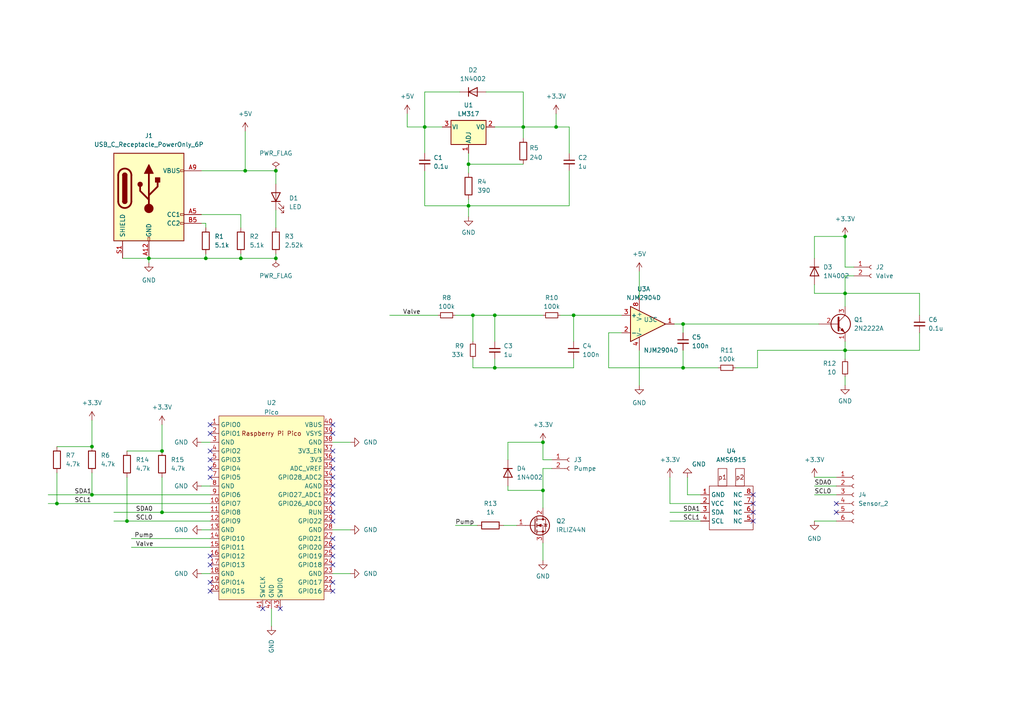
<source format=kicad_sch>
(kicad_sch (version 20230121) (generator eeschema)
  (paper "A4")
  (title_block (date "2024-01-21"))
  (lib_symbols
    (symbol "+5V_1" (power) (pin_names (offset 0))
      (property "Value" "+5V_1" (at 0 3.556 0))
      (symbol "+5V_1_0_1"
        (polyline (pts (xy -0.762 1.27) (xy 0 2.54)))
        (polyline (pts (xy 0 0) (xy 0 2.54)))
        (polyline (pts (xy 0 2.54) (xy 0.762 1.27)))
      )
      (symbol "+5V_1_1_1"
        (pin power_in line (at 0 0 90) (length 0) hide (name "+5V") (number "1"))
      )
    )
    (symbol "1N4001_1" (pin_numbers hide) (pin_names hide)
      (property "Reference" "D" (at 0 2.54 0))
      (property "Value" "1N4001" (at 0 -2.54 0))
      (symbol "1N4001_1_0_1"
        (polyline (pts (xy -1.27 1.27) (xy -1.27 -1.27)) (stroke (width 0.254)))
        (polyline (pts (xy 1.27 0) (xy -1.27 0)))
        (polyline (pts (xy 1.27 1.27) (xy 1.27 -1.27) (xy -1.27 0) (xy 1.27 1.27)) (stroke (width 0.254)))
      )
      (symbol "1N4001_1_1_1"
        (pin passive line (at -3.81 0 0) (length 2.54) (name "K") (number "1"))
        (pin passive line (at 3.81 0 180) (length 2.54) (name "A") (number "2"))
      )
    )
    (symbol "Amplifier_Operational:NJM4560" (pin_names (offset 0.127))
      (property "Reference" "U" (at 0 5.08 0))
      (property "Value" "NJM4560" (at 0 -5.08 0))
      (symbol "NJM4560_1_1"
        (polyline (pts (xy -5.08 5.08) (xy 5.08 0) (xy -5.08 -5.08) (xy -5.08 5.08)) (stroke (width 0.254)) (fill (type background)))
        (pin output line (at 7.62 0 180) (length 2.54) (name "~") (number "1"))
        (pin input line (at -7.62 -2.54 0) (length 2.54) (name "-") (number "2"))
        (pin input line (at -7.62 2.54 0) (length 2.54) (name "+") (number "3"))
      )
      (symbol "NJM4560_2_1"
        (polyline (pts (xy -5.08 5.08) (xy 5.08 0) (xy -5.08 -5.08) (xy -5.08 5.08)) (stroke (width 0.254)) (fill (type background)))
        (pin input line (at -7.62 2.54 0) (length 2.54) (name "+") (number "5"))
        (pin input line (at -7.62 -2.54 0) (length 2.54) (name "-") (number "6"))
        (pin output line (at 7.62 0 180) (length 2.54) (name "~") (number "7"))
      )
      (symbol "NJM4560_3_1"
        (pin power_in line (at -2.54 -7.62 90) (length 3.81) (name "V-") (number "4"))
        (pin power_in line (at -2.54 7.62 270) (length 3.81) (name "V+") (number "8"))
      )
    )
    (symbol "Connector:Conn_01x02_Female" (pin_names (offset 1.016) hide)
      (property "Reference" "J" (at 0 2.54 0))
      (property "Value" "Conn_01x02_Female" (at 0 -5.08 0))
      (symbol "Conn_01x02_Female_1_1"
        (arc (start 0 -2.032) (mid -0.5058 -2.54) (end 0 -3.048) (stroke (width 0.1524)))
        (polyline (pts (xy -1.27 -2.54) (xy -0.508 -2.54)) (stroke (width 0.1524)))
        (polyline (pts (xy -1.27 0) (xy -0.508 0)) (stroke (width 0.1524)))
        (arc (start 0 0.508) (mid -0.5058 0) (end 0 -0.508) (stroke (width 0.1524)))
        (pin passive line (at -5.08 0 0) (length 3.81) (name "Pin_1") (number "1"))
        (pin passive line (at -5.08 -2.54 0) (length 3.81) (name "Pin_2") (number "2"))
      )
    )
    (symbol "Connector:Conn_01x02_Socket" (pin_names (offset 1.016) hide)
      (property "Reference" "J" (at 0 2.54 0))
      (property "Value" "Conn_01x02_Socket" (at 0 -5.08 0))
      (symbol "Conn_01x02_Socket_1_1"
        (arc (start 0 -2.032) (mid -0.5058 -2.54) (end 0 -3.048) (stroke (width 0.1524)))
        (polyline (pts (xy -1.27 -2.54) (xy -0.508 -2.54)) (stroke (width 0.1524)))
        (polyline (pts (xy -1.27 0) (xy -0.508 0)) (stroke (width 0.1524)))
        (arc (start 0 0.508) (mid -0.5058 0) (end 0 -0.508) (stroke (width 0.1524)))
        (pin passive line (at -5.08 0 0) (length 3.81) (name "Pin_1") (number "1"))
        (pin passive line (at -5.08 -2.54 0) (length 3.81) (name "Pin_2") (number "2"))
      )
    )
    (symbol "Connector:Conn_01x06_Socket" (pin_names (offset 1.016) hide)
      (property "Reference" "J" (at 0 7.62 0))
      (property "Value" "Conn_01x06_Socket" (at 0 -10.16 0))
      (symbol "Conn_01x06_Socket_1_1"
        (arc (start 0 -7.112) (mid -0.5058 -7.62) (end 0 -8.128) (stroke (width 0.1524)))
        (arc (start 0 -4.572) (mid -0.5058 -5.08) (end 0 -5.588) (stroke (width 0.1524)))
        (arc (start 0 -2.032) (mid -0.5058 -2.54) (end 0 -3.048) (stroke (width 0.1524)))
        (polyline (pts (xy -1.27 -7.62) (xy -0.508 -7.62)) (stroke (width 0.1524)))
        (polyline (pts (xy -1.27 -5.08) (xy -0.508 -5.08)) (stroke (width 0.1524)))
        (polyline (pts (xy -1.27 -2.54) (xy -0.508 -2.54)) (stroke (width 0.1524)))
        (polyline (pts (xy -1.27 0) (xy -0.508 0)) (stroke (width 0.1524)))
        (polyline (pts (xy -1.27 2.54) (xy -0.508 2.54)) (stroke (width 0.1524)))
        (polyline (pts (xy -1.27 5.08) (xy -0.508 5.08)) (stroke (width 0.1524)))
        (arc (start 0 0.508) (mid -0.5058 0) (end 0 -0.508) (stroke (width 0.1524)))
        (arc (start 0 3.048) (mid -0.5058 2.54) (end 0 2.032) (stroke (width 0.1524)))
        (arc (start 0 5.588) (mid -0.5058 5.08) (end 0 4.572) (stroke (width 0.1524)))
        (pin passive line (at -5.08 5.08 0) (length 3.81) (name "Pin_1") (number "1"))
        (pin passive line (at -5.08 2.54 0) (length 3.81) (name "Pin_2") (number "2"))
        (pin passive line (at -5.08 0 0) (length 3.81) (name "Pin_3") (number "3"))
        (pin passive line (at -5.08 -2.54 0) (length 3.81) (name "Pin_4") (number "4"))
        (pin passive line (at -5.08 -5.08 0) (length 3.81) (name "Pin_5") (number "5"))
        (pin passive line (at -5.08 -7.62 0) (length 3.81) (name "Pin_6") (number "6"))
      )
    )
    (symbol "Connector:USB_C_Receptacle_PowerOnly_6P" (pin_names (offset 1.016))
      (property "Reference" "J" (at 0 16.51 0))
      (property "Value" "USB_C_Receptacle_PowerOnly_6P" (at 0 13.97 0))
      (symbol "USB_C_Receptacle_PowerOnly_6P_0_0"
        (rectangle (start -0.254 -12.7) (end 0.254 -11.684))
        (rectangle (start 10.16 -7.366) (end 9.144 -7.874))
        (rectangle (start 10.16 -4.826) (end 9.144 -5.334))
        (rectangle (start 10.16 7.874) (end 9.144 7.366))
      )
      (symbol "USB_C_Receptacle_PowerOnly_6P_0_1"
        (rectangle (start -10.16 12.7) (end 10.16 -12.7) (stroke (width 0.254)) (fill (type background)))
        (arc (start -8.89 -1.27) (mid -6.985 -3.1667) (end -5.08 -1.27) (stroke (width 0.508)))
        (arc (start -7.62 -1.27) (mid -6.985 -1.9023) (end -6.35 -1.27) (stroke (width 0.254)))
        (arc (start -7.62 -1.27) (mid -6.985 -1.9023) (end -6.35 -1.27) (stroke (width 0.254)) (fill (type outline)))
        (rectangle (start -7.62 -1.27) (end -6.35 6.35) (stroke (width 0.254)) (fill (type outline)))
        (arc (start -6.35 6.35) (mid -6.985 6.9823) (end -7.62 6.35) (stroke (width 0.254)))
        (arc (start -6.35 6.35) (mid -6.985 6.9823) (end -7.62 6.35) (stroke (width 0.254)) (fill (type outline)))
        (arc (start -5.08 6.35) (mid -6.985 8.2467) (end -8.89 6.35) (stroke (width 0.508)))
        (circle (center -2.54 3.683) (radius 0.635) (stroke (width 0.254)) (fill (type outline)))
        (circle (center 0 -3.302) (radius 1.27) (fill (type outline)))
        (polyline (pts (xy -8.89 -1.27) (xy -8.89 6.35)) (stroke (width 0.508)))
        (polyline (pts (xy -5.08 6.35) (xy -5.08 -1.27)) (stroke (width 0.508)))
        (polyline (pts (xy 0 -3.302) (xy 0 6.858)) (stroke (width 0.508)))
        (polyline (pts (xy 0 -0.762) (xy -2.54 1.778) (xy -2.54 3.048)) (stroke (width 0.508)))
        (polyline (pts (xy 0 0.508) (xy 2.54 3.048) (xy 2.54 4.318)) (stroke (width 0.508)))
        (polyline (pts (xy -1.27 6.858) (xy 0 9.398) (xy 1.27 6.858) (xy -1.27 6.858)) (stroke (width 0.254)) (fill (type outline)))
        (rectangle (start 1.905 4.318) (end 3.175 5.588) (stroke (width 0.254)) (fill (type outline)))
      )
      (symbol "USB_C_Receptacle_PowerOnly_6P_1_1"
        (pin passive line (at 0 -17.78 90) (length 5.08) (name "GND") (number "A12"))
        (pin bidirectional line (at 15.24 -5.08 180) (length 5.08) (name "CC1") (number "A5"))
        (pin passive line (at 15.24 7.62 180) (length 5.08) (name "VBUS") (number "A9"))
        (pin passive line (at 0 -17.78 90) (length 5.08) hide (name "GND") (number "B12"))
        (pin bidirectional line (at 15.24 -7.62 180) (length 5.08) (name "CC2") (number "B5"))
        (pin passive line (at 15.24 7.62 180) (length 5.08) hide (name "VBUS") (number "B9"))
        (pin passive line (at -7.62 -17.78 90) (length 5.08) (name "SHIELD") (number "S1"))
      )
    )
    (symbol "Device:C_Small" (pin_numbers hide) (pin_names (offset 0.254) hide)
      (property "Reference" "C" (at 0.254 1.778 0))
      (property "Value" "C_Small" (at 0.254 -2.032 0))
      (symbol "C_Small_0_1"
        (polyline (pts (xy -1.524 -0.508) (xy 1.524 -0.508)) (stroke (width 0.3302)))
        (polyline (pts (xy -1.524 0.508) (xy 1.524 0.508)) (stroke (width 0.3048)))
      )
      (symbol "C_Small_1_1"
        (pin passive line (at 0 2.54 270) (length 2.032) (name "~") (number "1"))
        (pin passive line (at 0 -2.54 90) (length 2.032) (name "~") (number "2"))
      )
    )
    (symbol "Device:LED" (pin_numbers hide) (pin_names (offset 1.016) hide)
      (property "Reference" "D" (at 0 2.54 0))
      (property "Value" "LED" (at 0 -2.54 0))
      (symbol "LED_0_1"
        (polyline (pts (xy -1.27 -1.27) (xy -1.27 1.27)) (stroke (width 0.254)))
        (polyline (pts (xy -1.27 0) (xy 1.27 0)))
        (polyline (pts (xy 1.27 -1.27) (xy 1.27 1.27) (xy -1.27 0) (xy 1.27 -1.27)) (stroke (width 0.254)))
        (polyline (pts (xy -3.048 -0.762) (xy -4.572 -2.286) (xy -3.81 -2.286) (xy -4.572 -2.286) (xy -4.572 -1.524)))
        (polyline (pts (xy -1.778 -0.762) (xy -3.302 -2.286) (xy -2.54 -2.286) (xy -3.302 -2.286) (xy -3.302 -1.524)))
      )
      (symbol "LED_1_1"
        (pin passive line (at -3.81 0 0) (length 2.54) (name "K") (number "1"))
        (pin passive line (at 3.81 0 180) (length 2.54) (name "A") (number "2"))
      )
    )
    (symbol "Device:R" (pin_numbers hide) (pin_names (offset 0))
      (property "Reference" "R" (at 2.032 0 90))
      (property "Value" "R" (at 0 0 90))
      (symbol "R_0_1"
        (rectangle (start -1.016 -2.54) (end 1.016 2.54) (stroke (width 0.254)))
      )
      (symbol "R_1_1"
        (pin passive line (at 0 3.81 270) (length 1.27) (name "~") (number "1"))
        (pin passive line (at 0 -3.81 90) (length 1.27) (name "~") (number "2"))
      )
    )
    (symbol "Device:R_Small" (pin_numbers hide) (pin_names (offset 0.254) hide)
      (property "Reference" "R" (at 0.762 0.508 0))
      (property "Value" "R_Small" (at 0.762 -1.016 0))
      (symbol "R_Small_0_1"
        (rectangle (start -0.762 1.778) (end 0.762 -1.778) (stroke (width 0.2032)))
      )
      (symbol "R_Small_1_1"
        (pin passive line (at 0 2.54 270) (length 0.762) (name "~") (number "1"))
        (pin passive line (at 0 -2.54 90) (length 0.762) (name "~") (number "2"))
      )
    )
    (symbol "Diode:1N4001" (pin_numbers hide) (pin_names hide)
      (property "Reference" "D" (at 0 2.54 0))
      (property "Value" "1N4001" (at 0 -2.54 0))
      (symbol "1N4001_0_1"
        (polyline (pts (xy -1.27 1.27) (xy -1.27 -1.27)) (stroke (width 0.254)))
        (polyline (pts (xy 1.27 0) (xy -1.27 0)))
        (polyline (pts (xy 1.27 1.27) (xy 1.27 -1.27) (xy -1.27 0) (xy 1.27 1.27)) (stroke (width 0.254)))
      )
      (symbol "1N4001_1_1"
        (pin passive line (at -3.81 0 0) (length 2.54) (name "K") (number "1"))
        (pin passive line (at 3.81 0 180) (length 2.54) (name "A") (number "2"))
      )
    )
    (symbol "Diode:1N4002" (pin_numbers hide) (pin_names hide)
      (property "Reference" "D" (at 0 2.54 0))
      (property "Value" "1N4002" (at 0 -2.54 0))
      (symbol "1N4002_0_1"
        (polyline (pts (xy -1.27 1.27) (xy -1.27 -1.27)) (stroke (width 0.254)))
        (polyline (pts (xy 1.27 0) (xy -1.27 0)))
        (polyline (pts (xy 1.27 1.27) (xy 1.27 -1.27) (xy -1.27 0) (xy 1.27 1.27)) (stroke (width 0.254)))
      )
      (symbol "1N4002_1_1"
        (pin passive line (at -3.81 0 0) (length 2.54) (name "K") (number "1"))
        (pin passive line (at 3.81 0 180) (length 2.54) (name "A") (number "2"))
      )
    )
    (symbol "GND_1" (power) (pin_names (offset 0))
      (property "Value" "GND_1" (at 0 -3.81 0))
      (symbol "GND_1_0_1"
        (polyline (pts (xy 0 0) (xy 0 -1.27) (xy 1.27 -1.27) (xy 0 -2.54) (xy -1.27 -1.27) (xy 0 -1.27)))
      )
      (symbol "GND_1_1_1"
        (pin power_in line (at 0 0 270) (length 0) hide (name "GND") (number "1"))
      )
    )
    (symbol "GND_2" (power) (pin_names (offset 0))
      (property "Value" "GND_2" (at 0 -3.81 0))
      (symbol "GND_2_0_1"
        (polyline (pts (xy 0 0) (xy 0 -1.27) (xy 1.27 -1.27) (xy 0 -2.54) (xy -1.27 -1.27) (xy 0 -1.27)))
      )
      (symbol "GND_2_1_1"
        (pin power_in line (at 0 0 270) (length 0) hide (name "GND") (number "1"))
      )
    )
    (symbol "GND_3" (power) (pin_names (offset 0))
      (property "Value" "GND_3" (at 0 -3.81 0))
      (symbol "GND_3_0_1"
        (polyline (pts (xy 0 0) (xy 0 -1.27) (xy 1.27 -1.27) (xy 0 -2.54) (xy -1.27 -1.27) (xy 0 -1.27)))
      )
      (symbol "GND_3_1_1"
        (pin power_in line (at 0 0 270) (length 0) hide (name "GND") (number "1"))
      )
    )
    (symbol "GND_4" (power) (pin_names (offset 0))
      (property "Value" "GND_4" (at 0 -3.81 0))
      (symbol "GND_4_0_1"
        (polyline (pts (xy 0 0) (xy 0 -1.27) (xy 1.27 -1.27) (xy 0 -2.54) (xy -1.27 -1.27) (xy 0 -1.27)))
      )
      (symbol "GND_4_1_1"
        (pin power_in line (at 0 0 270) (length 0) hide (name "GND") (number "1"))
      )
    )
    (symbol "MCU_RaspberryPi_and_Boards:Pico"
      (property "Reference" "U" (at -13.97 27.94 0))
      (property "Value" "Pico" (at 0 19.05 0))
      (symbol "Pico_0_0"
        (text "Raspberry Pi Pico" (at 0 21.59 0) (effects (font (size 1.27 1.27))))
      )
      (symbol "Pico_0_1"
        (rectangle (start -15.24 26.67) (end 15.24 -26.67) (fill (type background)))
      )
      (symbol "Pico_1_1"
        (pin bidirectional line (at -17.78 24.13 0) (length 2.54) (name "GPIO0") (number "1"))
        (pin bidirectional line (at -17.78 1.27 0) (length 2.54) (name "GPIO7") (number "10"))
        (pin bidirectional line (at -17.78 -1.27 0) (length 2.54) (name "GPIO8") (number "11"))
        (pin bidirectional line (at -17.78 -3.81 0) (length 2.54) (name "GPIO9") (number "12"))
        (pin power_in line (at -17.78 -6.35 0) (length 2.54) (name "GND") (number "13"))
        (pin bidirectional line (at -17.78 -8.89 0) (length 2.54) (name "GPIO10") (number "14"))
        (pin bidirectional line (at -17.78 -11.43 0) (length 2.54) (name "GPIO11") (number "15"))
        (pin bidirectional line (at -17.78 -13.97 0) (length 2.54) (name "GPIO12") (number "16"))
        (pin bidirectional line (at -17.78 -16.51 0) (length 2.54) (name "GPIO13") (number "17"))
        (pin power_in line (at -17.78 -19.05 0) (length 2.54) (name "GND") (number "18"))
        (pin bidirectional line (at -17.78 -21.59 0) (length 2.54) (name "GPIO14") (number "19"))
        (pin bidirectional line (at -17.78 21.59 0) (length 2.54) (name "GPIO1") (number "2"))
        (pin bidirectional line (at -17.78 -24.13 0) (length 2.54) (name "GPIO15") (number "20"))
        (pin bidirectional line (at 17.78 -24.13 180) (length 2.54) (name "GPIO16") (number "21"))
        (pin bidirectional line (at 17.78 -21.59 180) (length 2.54) (name "GPIO17") (number "22"))
        (pin power_in line (at 17.78 -19.05 180) (length 2.54) (name "GND") (number "23"))
        (pin bidirectional line (at 17.78 -16.51 180) (length 2.54) (name "GPIO18") (number "24"))
        (pin bidirectional line (at 17.78 -13.97 180) (length 2.54) (name "GPIO19") (number "25"))
        (pin bidirectional line (at 17.78 -11.43 180) (length 2.54) (name "GPIO20") (number "26"))
        (pin bidirectional line (at 17.78 -8.89 180) (length 2.54) (name "GPIO21") (number "27"))
        (pin power_in line (at 17.78 -6.35 180) (length 2.54) (name "GND") (number "28"))
        (pin bidirectional line (at 17.78 -3.81 180) (length 2.54) (name "GPIO22") (number "29"))
        (pin power_in line (at -17.78 19.05 0) (length 2.54) (name "GND") (number "3"))
        (pin input line (at 17.78 -1.27 180) (length 2.54) (name "RUN") (number "30"))
        (pin bidirectional line (at 17.78 1.27 180) (length 2.54) (name "GPIO26_ADC0") (number "31"))
        (pin bidirectional line (at 17.78 3.81 180) (length 2.54) (name "GPIO27_ADC1") (number "32"))
        (pin power_in line (at 17.78 6.35 180) (length 2.54) (name "AGND") (number "33"))
        (pin bidirectional line (at 17.78 8.89 180) (length 2.54) (name "GPIO28_ADC2") (number "34"))
        (pin power_in line (at 17.78 11.43 180) (length 2.54) (name "ADC_VREF") (number "35"))
        (pin power_in line (at 17.78 13.97 180) (length 2.54) (name "3V3") (number "36"))
        (pin input line (at 17.78 16.51 180) (length 2.54) (name "3V3_EN") (number "37"))
        (pin bidirectional line (at 17.78 19.05 180) (length 2.54) (name "GND") (number "38"))
        (pin power_in line (at 17.78 21.59 180) (length 2.54) (name "VSYS") (number "39"))
        (pin bidirectional line (at -17.78 16.51 0) (length 2.54) (name "GPIO2") (number "4"))
        (pin power_in line (at 17.78 24.13 180) (length 2.54) (name "VBUS") (number "40"))
        (pin input line (at -2.54 -29.21 90) (length 2.54) (name "SWCLK") (number "41"))
        (pin power_in line (at 0 -29.21 90) (length 2.54) (name "GND") (number "42"))
        (pin bidirectional line (at 2.54 -29.21 90) (length 2.54) (name "SWDIO") (number "43"))
        (pin bidirectional line (at -17.78 13.97 0) (length 2.54) (name "GPIO3") (number "5"))
        (pin bidirectional line (at -17.78 11.43 0) (length 2.54) (name "GPIO4") (number "6"))
        (pin bidirectional line (at -17.78 8.89 0) (length 2.54) (name "GPIO5") (number "7"))
        (pin power_in line (at -17.78 6.35 0) (length 2.54) (name "GND") (number "8"))
        (pin bidirectional line (at -17.78 3.81 0) (length 2.54) (name "GPIO6") (number "9"))
      )
    )
    (symbol "Regulator_Linear:LM317_TO-220" (pin_names (offset 0.254))
      (property "Reference" "U" (at -3.81 3.175 0))
      (property "Value" "LM317_TO-220" (at 0 3.175 0))
      (symbol "LM317_TO-220_0_1"
        (rectangle (start -5.08 1.905) (end 5.08 -5.08) (stroke (width 0.254)) (fill (type background)))
      )
      (symbol "LM317_TO-220_1_1"
        (pin input line (at 0 -7.62 90) (length 2.54) (name "ADJ") (number "1"))
        (pin power_out line (at 7.62 0 180) (length 2.54) (name "VO") (number "2"))
        (pin power_in line (at -7.62 0 0) (length 2.54) (name "VI") (number "3"))
      )
    )
    (symbol "Symbols:AMS6915"
      (property "Reference" "U" (at 0 8.89 0))
      (property "Value" "AMS6915" (at 1.27 -13.97 0))
      (symbol "AMS6915_0_0"
        (text "p1" (at -1.27 2.54 0) (effects (font (size 1.27 1.27))))
        (text "p2" (at 3.81 2.54 0) (effects (font (size 1.27 1.27))))
      )
      (symbol "AMS6915_0_1"
        (rectangle (start -5.08 0) (end 7.62 -12.7) (stroke (width 0.1524)))
        (rectangle (start -2.54 0) (end 0 5.08) (stroke (width 0.1524)))
        (rectangle (start 2.54 0) (end 5.08 5.08) (stroke (width 0.1524)))
      )
      (symbol "AMS6915_1_1"
        (pin passive line (at -7.62 -2.54 0) (length 2.54) (name "GND") (number "1"))
        (pin passive line (at -7.62 -5.08 0) (length 2.54) (name "VCC") (number "2"))
        (pin passive line (at -7.62 -7.62 0) (length 2.54) (name "SDA") (number "3"))
        (pin passive line (at -7.62 -10.16 0) (length 2.54) (name "SCL") (number "4"))
        (pin passive line (at 7.62 -10.16 180) (length 2.54) (name "NC") (number "5"))
        (pin passive line (at 7.62 -7.62 180) (length 2.54) (name "NC") (number "6"))
        (pin passive line (at 7.62 -5.08 180) (length 2.54) (name "NC") (number "7"))
        (pin passive line (at 7.62 -2.54 180) (length 2.54) (name "NC") (number "8"))
      )
    )
    (symbol "Transistor_BJT:2N2219" (pin_names (offset 0) hide)
      (property "Reference" "Q" (at 5.08 1.905 0))
      (property "Value" "2N2219" (at 5.08 0 0))
      (symbol "2N2219_0_1"
        (polyline (pts (xy 0.635 0.635) (xy 2.54 2.54)))
        (polyline (pts (xy 0.635 -0.635) (xy 2.54 -2.54) (xy 2.54 -2.54)))
        (polyline (pts (xy 0.635 1.905) (xy 0.635 -1.905) (xy 0.635 -1.905)) (stroke (width 0.508)))
        (polyline (pts (xy 1.27 -1.778) (xy 1.778 -1.27) (xy 2.286 -2.286) (xy 1.27 -1.778) (xy 1.27 -1.778)) (fill (type outline)))
        (circle (center 1.27 0) (radius 2.8194) (stroke (width 0.254)))
      )
      (symbol "2N2219_1_1"
        (pin passive line (at 2.54 -5.08 90) (length 2.54) (name "E") (number "1"))
        (pin passive line (at -5.08 0 0) (length 5.715) (name "B") (number "2"))
        (pin passive line (at 2.54 5.08 270) (length 2.54) (name "C") (number "3"))
      )
    )
    (symbol "Transistor_FET:IRLIZ44N" (pin_names hide)
      (property "Reference" "Q" (at 6.35 1.905 0))
      (property "Value" "IRLIZ44N" (at 6.35 0 0))
      (symbol "IRLIZ44N_0_1"
        (polyline (pts (xy 0.254 0) (xy -2.54 0)))
        (polyline (pts (xy 0.254 1.905) (xy 0.254 -1.905)) (stroke (width 0.254)))
        (polyline (pts (xy 0.762 -1.27) (xy 0.762 -2.286)) (stroke (width 0.254)))
        (polyline (pts (xy 0.762 0.508) (xy 0.762 -0.508)) (stroke (width 0.254)))
        (polyline (pts (xy 0.762 2.286) (xy 0.762 1.27)) (stroke (width 0.254)))
        (polyline (pts (xy 2.54 2.54) (xy 2.54 1.778)))
        (polyline (pts (xy 2.54 -2.54) (xy 2.54 0) (xy 0.762 0)))
        (polyline (pts (xy 0.762 -1.778) (xy 3.302 -1.778) (xy 3.302 1.778) (xy 0.762 1.778)))
        (polyline (pts (xy 1.016 0) (xy 2.032 0.381) (xy 2.032 -0.381) (xy 1.016 0)) (fill (type outline)))
        (polyline (pts (xy 2.794 0.508) (xy 2.921 0.381) (xy 3.683 0.381) (xy 3.81 0.254)))
        (polyline (pts (xy 3.302 0.381) (xy 2.921 -0.254) (xy 3.683 -0.254) (xy 3.302 0.381)))
        (circle (center 1.651 0) (radius 2.794) (stroke (width 0.254)))
        (circle (center 2.54 -1.778) (radius 0.254) (fill (type outline)))
        (circle (center 2.54 1.778) (radius 0.254) (fill (type outline)))
      )
      (symbol "IRLIZ44N_1_1"
        (pin input line (at -5.08 0 0) (length 2.54) (name "G") (number "1"))
        (pin passive line (at 2.54 5.08 270) (length 2.54) (name "D") (number "2"))
        (pin passive line (at 2.54 -5.08 90) (length 2.54) (name "S") (number "3"))
      )
    )
    (symbol "power:+3.3V" (power) (pin_names (offset 0))
      (property "Value" "+3.3V" (at 0 3.556 0))
      (symbol "+3.3V_0_1"
        (polyline (pts (xy -0.762 1.27) (xy 0 2.54)))
        (polyline (pts (xy 0 0) (xy 0 2.54)))
        (polyline (pts (xy 0 2.54) (xy 0.762 1.27)))
      )
      (symbol "+3.3V_1_1"
        (pin power_in line (at 0 0 90) (length 0) hide (name "+3.3V") (number "1"))
      )
    )
    (symbol "power:+5V" (power) (pin_names (offset 0))
      (property "Value" "+5V" (at 0 3.556 0))
      (symbol "+5V_0_1"
        (polyline (pts (xy -0.762 1.27) (xy 0 2.54)))
        (polyline (pts (xy 0 0) (xy 0 2.54)))
        (polyline (pts (xy 0 2.54) (xy 0.762 1.27)))
      )
      (symbol "+5V_1_1"
        (pin power_in line (at 0 0 90) (length 0) hide (name "+5V") (number "1"))
      )
    )
    (symbol "power:GND" (power) (pin_names (offset 0))
      (property "Value" "GND" (at 0 -3.81 0))
      (symbol "GND_0_1"
        (polyline (pts (xy 0 0) (xy 0 -1.27) (xy 1.27 -1.27) (xy 0 -2.54) (xy -1.27 -1.27) (xy 0 -1.27)))
      )
      (symbol "GND_1_1"
        (pin power_in line (at 0 0 270) (length 0) hide (name "GND") (number "1"))
      )
    )
    (symbol "power:PWR_FLAG" (power) (pin_numbers hide) (pin_names (offset 0) hide)
      (property "Value" "PWR_FLAG" (at 0 3.81 0))
      (symbol "PWR_FLAG_0_0"
        (pin power_out line (at 0 0 90) (length 0) (name "pwr") (number "1"))
      )
      (symbol "PWR_FLAG_0_1"
        (polyline (pts (xy 0 0) (xy 0 1.27) (xy -1.016 1.905) (xy 0 2.54) (xy 1.016 1.905) (xy 0 1.27)))
      )
    )
  )
  (junction (at 36.83 151.13))
  (junction (at 245.11 68.58))
  (junction (at 135.89 59.69))
  (junction (at 16.51 146.05))
  (junction (at 46.99 130.81))
  (junction (at 123.19 36.83))
  (junction (at 143.51 106.68))
  (junction (at 198.12 93.98))
  (junction (at 143.51 91.44))
  (junction (at 157.48 142.24))
  (junction (at 26.67 129.54))
  (junction (at 26.67 143.51))
  (junction (at 137.16 91.44))
  (junction (at 80.01 49.53))
  (junction (at 198.12 106.68))
  (junction (at 151.765 36.83))
  (junction (at 69.85 74.93))
  (junction (at 245.11 101.6))
  (junction (at 135.89 47.625))
  (junction (at 59.69 74.93))
  (junction (at 43.18 74.93))
  (junction (at 161.29 36.83))
  (junction (at 71.12 49.53))
  (junction (at 46.99 148.59))
  (junction (at 157.48 128.27))
  (junction (at 80.01 74.93))
  (junction (at 245.11 85.09))
  (junction (at 166.37 91.44))
  (no_connect (at 218.44 148.59))
  (no_connect (at 218.44 143.51))
  (no_connect (at 96.52 138.43))
  (no_connect (at 60.96 168.91))
  (no_connect (at 96.52 171.45))
  (no_connect (at 242.57 146.05))
  (no_connect (at 60.96 135.89))
  (no_connect (at 60.96 161.29))
  (no_connect (at 81.28 176.53))
  (no_connect (at 96.52 158.75))
  (no_connect (at 96.52 140.97))
  (no_connect (at 96.52 133.35))
  (no_connect (at 96.52 123.19))
  (no_connect (at 242.57 148.59))
  (no_connect (at 96.52 161.29))
  (no_connect (at 96.52 148.59))
  (no_connect (at 60.96 133.35))
  (no_connect (at 60.96 130.81))
  (no_connect (at 96.52 146.05))
  (no_connect (at 60.96 123.19))
  (no_connect (at 218.44 151.13))
  (no_connect (at 96.52 156.21))
  (no_connect (at 76.2 176.53))
  (no_connect (at 96.52 163.83))
  (no_connect (at 96.52 143.51))
  (no_connect (at 96.52 130.81))
  (no_connect (at 60.96 138.43))
  (no_connect (at 96.52 168.91))
  (no_connect (at 96.52 135.89))
  (no_connect (at 60.96 125.73))
  (no_connect (at 60.96 171.45))
  (no_connect (at 96.52 125.73))
  (no_connect (at 96.52 151.13))
  (no_connect (at 218.44 146.05))
  (no_connect (at 60.96 163.83))
  (wire (pts (xy 194.31 151.13) (xy 203.2 151.13)))
  (wire (pts (xy 33.02 151.13) (xy 36.83 151.13)))
  (wire (pts (xy 236.22 138.43) (xy 242.57 138.43)))
  (wire (pts (xy 135.89 47.625) (xy 135.89 44.45)))
  (wire (pts (xy 13.97 146.05) (xy 16.51 146.05)))
  (wire (pts (xy 59.69 73.66) (xy 59.69 74.93)))
  (wire (pts (xy 78.74 181.61) (xy 78.74 176.53)))
  (wire (pts (xy 36.83 151.13) (xy 60.96 151.13)))
  (wire (pts (xy 266.7 91.44) (xy 266.7 85.09)))
  (wire (pts (xy 123.19 49.53) (xy 123.19 59.69)))
  (wire (pts (xy 132.08 152.4) (xy 138.43 152.4)))
  (wire (pts (xy 33.02 148.59) (xy 46.99 148.59)))
  (wire (pts (xy 38.1 156.21) (xy 60.96 156.21)))
  (wire (pts (xy 266.7 96.52) (xy 266.7 101.6)))
  (wire (pts (xy 165.1 36.83) (xy 165.1 44.45)))
  (wire (pts (xy 58.42 62.23) (xy 69.85 62.23)))
  (wire (pts (xy 157.48 133.35) (xy 160.02 133.35)))
  (wire (pts (xy 185.42 78.74) (xy 185.42 86.36)))
  (wire (pts (xy 123.19 59.69) (xy 135.89 59.69)))
  (wire (pts (xy 236.22 74.93) (xy 236.22 68.58)))
  (wire (pts (xy 247.65 80.01) (xy 245.11 80.01)))
  (wire (pts (xy 13.97 143.51) (xy 26.67 143.51)))
  (wire (pts (xy 157.48 142.24) (xy 157.48 147.32)))
  (wire (pts (xy 118.11 36.83) (xy 123.19 36.83)))
  (wire (pts (xy 166.37 91.44) (xy 180.34 91.44)))
  (wire (pts (xy 80.01 73.66) (xy 80.01 74.93)))
  (wire (pts (xy 198.12 93.98) (xy 237.49 93.98)))
  (wire (pts (xy 147.32 140.97) (xy 147.32 142.24)))
  (wire (pts (xy 38.1 158.75) (xy 60.96 158.75)))
  (wire (pts (xy 58.42 64.77) (xy 59.69 64.77)))
  (wire (pts (xy 185.42 101.6) (xy 185.42 111.76)))
  (wire (pts (xy 166.37 104.14) (xy 166.37 106.68)))
  (wire (pts (xy 46.99 148.59) (xy 60.96 148.59)))
  (wire (pts (xy 166.37 106.68) (xy 143.51 106.68)))
  (wire (pts (xy 161.29 36.83) (xy 165.1 36.83)))
  (wire (pts (xy 46.99 123.19) (xy 46.99 130.81)))
  (wire (pts (xy 166.37 99.06) (xy 166.37 91.44)))
  (wire (pts (xy 157.48 157.48) (xy 157.48 162.56)))
  (wire (pts (xy 199.39 138.43) (xy 199.39 143.51)))
  (wire (pts (xy 199.39 143.51) (xy 203.2 143.51)))
  (wire (pts (xy 137.16 104.14) (xy 137.16 106.68)))
  (wire (pts (xy 245.11 109.22) (xy 245.11 111.76)))
  (wire (pts (xy 194.31 138.43) (xy 194.31 146.05)))
  (wire (pts (xy 118.11 33.02) (xy 118.11 36.83)))
  (wire (pts (xy 113.03 91.44) (xy 127 91.44)))
  (wire (pts (xy 96.52 128.27) (xy 101.6 128.27)))
  (wire (pts (xy 101.6 153.67) (xy 96.52 153.67)))
  (wire (pts (xy 69.85 62.23) (xy 69.85 66.04)))
  (wire (pts (xy 26.67 143.51) (xy 60.96 143.51)))
  (wire (pts (xy 151.765 47.625) (xy 135.89 47.625)))
  (wire (pts (xy 143.51 91.44) (xy 143.51 99.06)))
  (wire (pts (xy 137.16 106.68) (xy 143.51 106.68)))
  (wire (pts (xy 36.83 138.43) (xy 36.83 151.13)))
  (wire (pts (xy 137.16 91.44) (xy 143.51 91.44)))
  (wire (pts (xy 71.12 49.53) (xy 80.01 49.53)))
  (wire (pts (xy 43.18 74.93) (xy 43.18 76.2)))
  (wire (pts (xy 123.19 26.67) (xy 123.19 36.83)))
  (wire (pts (xy 236.22 143.51) (xy 242.57 143.51)))
  (wire (pts (xy 58.42 166.37) (xy 60.96 166.37)))
  (wire (pts (xy 245.11 99.06) (xy 245.11 101.6)))
  (wire (pts (xy 58.42 140.97) (xy 60.96 140.97)))
  (wire (pts (xy 236.22 68.58) (xy 245.11 68.58)))
  (wire (pts (xy 69.85 74.93) (xy 80.01 74.93)))
  (wire (pts (xy 266.7 101.6) (xy 245.11 101.6)))
  (wire (pts (xy 101.6 166.37) (xy 96.52 166.37)))
  (wire (pts (xy 245.11 68.58) (xy 245.11 77.47)))
  (wire (pts (xy 135.89 47.625) (xy 135.89 50.165)))
  (wire (pts (xy 198.12 93.98) (xy 198.12 96.52)))
  (wire (pts (xy 146.05 152.4) (xy 149.86 152.4)))
  (wire (pts (xy 16.51 137.16) (xy 16.51 146.05)))
  (wire (pts (xy 194.31 148.59) (xy 203.2 148.59)))
  (wire (pts (xy 213.36 106.68) (xy 219.71 106.68)))
  (wire (pts (xy 137.16 91.44) (xy 137.16 99.06)))
  (wire (pts (xy 176.53 96.52) (xy 176.53 106.68)))
  (wire (pts (xy 151.765 36.83) (xy 161.29 36.83)))
  (wire (pts (xy 123.19 36.83) (xy 128.27 36.83)))
  (wire (pts (xy 58.42 153.67) (xy 60.96 153.67)))
  (wire (pts (xy 160.02 135.89) (xy 157.48 135.89)))
  (wire (pts (xy 58.42 49.53) (xy 71.12 49.53)))
  (wire (pts (xy 147.32 133.35) (xy 147.32 128.27)))
  (wire (pts (xy 198.12 101.6) (xy 198.12 106.68)))
  (wire (pts (xy 176.53 96.52) (xy 180.34 96.52)))
  (wire (pts (xy 245.11 85.09) (xy 245.11 88.9)))
  (wire (pts (xy 236.22 85.09) (xy 245.11 85.09)))
  (wire (pts (xy 165.1 59.69) (xy 135.89 59.69)))
  (wire (pts (xy 16.51 146.05) (xy 60.96 146.05)))
  (wire (pts (xy 245.11 101.6) (xy 245.11 104.14)))
  (wire (pts (xy 143.51 91.44) (xy 157.48 91.44)))
  (wire (pts (xy 236.22 82.55) (xy 236.22 85.09)))
  (wire (pts (xy 266.7 85.09) (xy 245.11 85.09)))
  (wire (pts (xy 140.97 26.67) (xy 151.765 26.67)))
  (wire (pts (xy 16.51 129.54) (xy 26.67 129.54)))
  (wire (pts (xy 71.12 38.1) (xy 71.12 49.53)))
  (wire (pts (xy 135.89 57.785) (xy 135.89 59.69)))
  (wire (pts (xy 151.765 26.67) (xy 151.765 36.83)))
  (wire (pts (xy 69.85 73.66) (xy 69.85 74.93)))
  (wire (pts (xy 245.11 101.6) (xy 219.71 101.6)))
  (wire (pts (xy 59.69 74.93) (xy 69.85 74.93)))
  (wire (pts (xy 245.11 80.01) (xy 245.11 85.09)))
  (wire (pts (xy 35.56 74.93) (xy 43.18 74.93)))
  (wire (pts (xy 176.53 106.68) (xy 198.12 106.68)))
  (wire (pts (xy 165.1 49.53) (xy 165.1 59.69)))
  (wire (pts (xy 43.18 74.93) (xy 59.69 74.93)))
  (wire (pts (xy 219.71 101.6) (xy 219.71 106.68)))
  (wire (pts (xy 46.99 138.43) (xy 46.99 148.59)))
  (wire (pts (xy 194.31 146.05) (xy 203.2 146.05)))
  (wire (pts (xy 59.69 64.77) (xy 59.69 66.04)))
  (wire (pts (xy 80.01 60.96) (xy 80.01 66.04)))
  (wire (pts (xy 198.12 106.68) (xy 208.28 106.68)))
  (wire (pts (xy 123.19 36.83) (xy 123.19 44.45)))
  (wire (pts (xy 166.37 91.44) (xy 162.56 91.44)))
  (wire (pts (xy 143.51 106.68) (xy 143.51 104.14)))
  (wire (pts (xy 245.11 77.47) (xy 247.65 77.47)))
  (wire (pts (xy 151.765 36.83) (xy 151.765 40.005)))
  (wire (pts (xy 132.08 91.44) (xy 137.16 91.44)))
  (wire (pts (xy 58.42 128.27) (xy 60.96 128.27)))
  (wire (pts (xy 147.32 128.27) (xy 157.48 128.27)))
  (wire (pts (xy 157.48 135.89) (xy 157.48 142.24)))
  (wire (pts (xy 147.32 142.24) (xy 157.48 142.24)))
  (wire (pts (xy 236.22 151.13) (xy 242.57 151.13)))
  (wire (pts (xy 195.58 93.98) (xy 198.12 93.98)))
  (wire (pts (xy 26.67 137.16) (xy 26.67 143.51)))
  (wire (pts (xy 161.29 33.02) (xy 161.29 36.83)))
  (wire (pts (xy 133.35 26.67) (xy 123.19 26.67)))
  (wire (pts (xy 236.22 140.97) (xy 242.57 140.97)))
  (wire (pts (xy 143.51 36.83) (xy 151.765 36.83)))
  (wire (pts (xy 80.01 49.53) (xy 80.01 53.34)))
  (wire (pts (xy 26.67 121.92) (xy 26.67 129.54)))
  (wire (pts (xy 36.83 130.81) (xy 46.99 130.81)))
  (wire (pts (xy 157.48 128.27) (xy 157.48 133.35)))
  (wire (pts (xy 135.89 59.69) (xy 135.89 62.865)))
  (label "SDA1" (at 198.12 148.59 0))
  (label "SCL0" (at 236.22 143.51 0))
  (label "SDA1" (at 21.59 143.51 0))
  (label "SCL1" (at 198.12 151.13 0))
  (label "SCL0" (at 39.37 151.13 0))
  (label "Pump" (at 132.08 152.4 0))
  (label "SDA0" (at 236.22 140.97 0))
  (label "Pump" (at 44.45 156.21 180))
  (label "Valve" (at 116.84 91.44 0))
  (label "Valve" (at 39.37 158.75 0))
  (label "SCL1" (at 21.59 146.05 0))
  (label "SDA0" (at 39.37 148.59 0))
  (symbol (lib_id "power:GND") (at 58.42 140.97 270) (unit 1)
    (property "Reference" "#PWR06" (effects hide))
    (property "Value" "GND" (at 54.61 140.9701 90) (effects (justify right)))
  )
  (symbol (lib_id "power:GND") (at 78.74 181.61 0) (unit 1)
    (property "Reference" "#PWR012" (effects hide))
    (property "Value" "GND" (at 78.7401 185.42 90) (effects (justify right)))
  )
  (symbol (lib_id "Device:C_Small") (at 198.12 99.06 0) (unit 1)
    (property "Reference" "C5" (at 200.66 97.7963 0) (effects (justify left)))
    (property "Value" "100n" (at 200.66 100.3363 0) (effects (justify left)))
    (property "Footprint" "Capacitor_SMD:C_0805_2012Metric_Pad1.18x1.45mm_HandSolder" (effects hide))
  )
  (symbol (lib_id "power:GND") (at 101.6 128.27 90) (unit 1)
    (property "Reference" "#PWR016" (effects hide))
    (property "Value" "GND" (at 105.41 128.2699 90) (effects (justify right)))
  )
  (symbol (lib_id "Connector:Conn_01x06_Socket") (at 247.65 143.51 0) (unit 1)
    (property "Reference" "J4" (at 248.92 143.51 0) (effects (justify left)))
    (property "Value" "Sensor_2" (at 248.92 146.05 0) (effects (justify left)))
    (property "Footprint" "Connector_PinSocket_2.54mm:PinSocket_1x06_P2.54mm_Vertical" (effects hide))
  )
  (symbol (lib_id "Connector:Conn_01x02_Female") (at 165.1 133.35 0) (unit 1)
    (property "Reference" "J3" (at 166.37 133.35 0) (effects (justify left)))
    (property "Value" "Pumpe" (at 166.37 135.89 0) (effects (justify left)))
    (property "Footprint" "Connector_PinHeader_2.54mm:PinHeader_1x02_P2.54mm_Vertical" (effects hide))
  )
  (symbol (lib_id "Connector:Conn_01x02_Socket") (at 252.73 77.47 0) (unit 1)
    (property "Reference" "J2" (at 254 77.47 0) (effects (justify left)))
    (property "Value" "Valve" (at 254 80.01 0) (effects (justify left)))
    (property "Footprint" "Connector_PinHeader_2.54mm:PinHeader_1x02_P2.54mm_Vertical" (effects hide))
  )
  (symbol (lib_id "Device:R") (at 142.24 152.4 270) (unit 1)
    (property "Reference" "R13" (at 142.24 146.05 90))
    (property "Value" "1k" (at 142.24 148.59 90))
    (property "Footprint" "Resistor_SMD:R_0603_1608Metric_Pad0.98x0.95mm_HandSolder" (effects hide))
  )
  (symbol (lib_name "1N4001_1") (lib_id "Diode:1N4001") (at 236.22 78.74 270) (unit 1)
    (property "Reference" "D3" (at 238.76 77.47 90) (effects (justify left)))
    (property "Value" "1N4002" (at 238.76 80.01 90) (effects (justify left)))
    (property "Footprint" "Diode_THT:D_DO-41_SOD81_P3.81mm_Vertical_AnodeUp" (effects hide))
    (property "Datasheet" "http://www.vishay.com/docs/88503/1n4001.pdf" (effects hide))
    (property "Sim.Device" "D" (effects hide))
    (property "Sim.Pins" "1=K 2=A" (effects hide))
  )
  (symbol (lib_id "Connector:USB_C_Receptacle_PowerOnly_6P") (at 43.18 57.15 0) (unit 1)
    (property "Reference" "J1" (at 43.18 39.37 0))
    (property "Value" "USB_C_Receptacle_PowerOnly_6P" (at 43.18 41.91 0))
    (property "Footprint" "Connector_USB:USB_C_Receptacle_GCT_USB4125-xx-x-0190_6P_TopMnt_Horizontal" (effects hide))
    (property "Datasheet" "https://www.usb.org/sites/default/files/documents/usb_type-c.zip" (effects hide))
  )
  (symbol (lib_id "Device:R") (at 59.69 69.85 0) (unit 1)
    (property "Reference" "R1" (at 62.23 68.58 0) (effects (justify left)))
    (property "Value" "5.1k" (at 62.23 71.12 0) (effects (justify left)))
    (property "Footprint" "Resistor_SMD:R_0603_1608Metric_Pad0.98x0.95mm_HandSolder" (effects hide))
  )
  (symbol (lib_id "power:GND") (at 101.6 166.37 90) (unit 1)
    (property "Reference" "#PWR018" (effects hide))
    (property "Value" "GND" (at 105.41 166.3699 90) (effects (justify right)))
  )
  (symbol (lib_id "Device:R_Small") (at 129.54 91.44 90) (unit 1)
    (property "Reference" "R8" (at 129.54 86.36 90))
    (property "Value" "100k" (at 129.54 88.9 90))
    (property "Footprint" "Resistor_SMD:R_0603_1608Metric_Pad0.98x0.95mm_HandSolder" (effects hide))
  )
  (symbol (lib_id "Device:R") (at 135.89 53.975 0) (unit 1)
    (property "Reference" "R4" (at 138.43 52.705 0) (effects (justify left)))
    (property "Value" "390" (at 138.43 55.245 0) (effects (justify left)))
    (property "Footprint" "Resistor_SMD:R_0603_1608Metric_Pad0.98x0.95mm_HandSolder" (effects hide))
  )
  (symbol (lib_id "power:GND") (at 157.48 162.56 0) (unit 1)
    (property "Reference" "#PWR027" (effects hide))
    (property "Value" "GND" (at 157.48 167.1225 0))
  )
  (symbol (lib_id "Device:C_Small") (at 165.1 46.99 0) (unit 1)
    (property "Reference" "C2" (at 167.64 45.7263 0) (effects (justify left)))
    (property "Value" "1u" (at 167.64 48.2663 0) (effects (justify left)))
    (property "Footprint" "Capacitor_SMD:C_0805_2012Metric_Pad1.18x1.45mm_HandSolder" (effects hide))
  )
  (symbol (lib_id "Device:R_Small") (at 210.82 106.68 90) (unit 1)
    (property "Reference" "R11" (at 210.82 101.6 90))
    (property "Value" "100k" (at 210.82 104.14 90))
    (property "Footprint" "Resistor_SMD:R_0603_1608Metric_Pad0.98x0.95mm_HandSolder" (effects hide))
  )
  (symbol (lib_id "power:GND") (at 101.6 153.67 90) (unit 1)
    (property "Reference" "#PWR017" (effects hide))
    (property "Value" "GND" (at 105.41 153.6699 90) (effects (justify right)))
  )
  (symbol (lib_id "power:+5V") (at 118.11 33.02 0) (unit 1)
    (property "Reference" "#PWR04" (effects hide))
    (property "Value" "+5V" (at 118.11 27.94 0))
  )
  (symbol (lib_name "+5V_1") (lib_id "power:+5V") (at 71.12 38.1 0) (unit 1)
    (property "Reference" "#PWR022" (effects hide))
    (property "Value" "+5V" (at 71.12 33.02 0))
  )
  (symbol (lib_id "Device:R") (at 80.01 69.85 180) (unit 1)
    (property "Reference" "R3" (at 82.55 68.58 0) (effects (justify right)))
    (property "Value" "2.52k" (at 82.55 71.12 0) (effects (justify right)))
    (property "Footprint" "Resistor_SMD:R_0603_1608Metric_Pad0.98x0.95mm_HandSolder" (effects hide))
  )
  (symbol (lib_id "power:+3.3V") (at 46.99 123.19 0) (unit 1)
    (property "Reference" "#PWR023" (effects hide))
    (property "Value" "+3.3V" (at 46.99 118.11 0))
  )
  (symbol (lib_id "power:+3.3V") (at 161.29 33.02 0) (unit 1)
    (property "Reference" "#PWR08" (effects hide))
    (property "Value" "+3.3V" (at 161.29 27.94 0))
  )
  (symbol (lib_id "power:GND") (at 245.11 111.76 0) (unit 1)
    (property "Reference" "#PWR015" (effects hide))
    (property "Value" "GND" (at 245.11 116.3225 0))
  )
  (symbol (lib_id "power:+3.3V") (at 245.11 68.58 0) (unit 1)
    (property "Reference" "#PWR09" (effects hide))
    (property "Value" "+3.3V" (at 245.11 63.5 0))
  )
  (symbol (lib_name "GND_2") (lib_id "power:GND") (at 58.42 153.67 270) (unit 1)
    (property "Reference" "#PWR01" (effects hide))
    (property "Value" "GND" (at 54.61 153.67 90) (effects (justify right)))
  )
  (symbol (lib_id "Device:R") (at 46.99 134.62 0) (unit 1)
    (property "Reference" "R15" (at 49.53 133.35 0) (effects (justify left)))
    (property "Value" "4.7k" (at 49.53 135.89 0) (effects (justify left)))
    (property "Footprint" "Resistor_SMD:R_0603_1608Metric_Pad0.98x0.95mm_HandSolder" (effects hide))
  )
  (symbol (lib_id "Device:C_Small") (at 123.19 46.99 0) (unit 1)
    (property "Reference" "C1" (at 125.73 45.7263 0) (effects (justify left)))
    (property "Value" "0.1u" (at 125.73 48.2663 0) (effects (justify left)))
    (property "Footprint" "Capacitor_SMD:C_0805_2012Metric_Pad1.18x1.45mm_HandSolder" (effects hide))
  )
  (symbol (lib_id "Device:R") (at 16.51 133.35 0) (unit 1)
    (property "Reference" "R7" (at 19.05 132.08 0) (effects (justify left)))
    (property "Value" "4.7k" (at 19.05 134.62 0) (effects (justify left)))
    (property "Footprint" "Resistor_SMD:R_0603_1608Metric_Pad0.98x0.95mm_HandSolder" (effects hide))
  )
  (symbol (lib_id "Diode:1N4002") (at 137.16 26.67 0) (unit 1)
    (property "Reference" "D2" (at 137.16 20.32 0))
    (property "Value" "1N4002" (at 137.16 22.86 0))
    (property "Footprint" "Diode_THT:D_DO-41_SOD81_P3.81mm_Vertical_AnodeUp" (effects hide))
    (property "Datasheet" "http://www.vishay.com/docs/88503/1n4001.pdf" (effects hide))
    (property "Sim.Device" "D" (effects hide))
    (property "Sim.Pins" "1=K 2=A" (effects hide))
  )
  (symbol (lib_id "Device:R_Small") (at 245.11 106.68 0) (mirror x) (unit 1)
    (property "Reference" "R12" (at 242.57 105.41 0) (effects (justify right)))
    (property "Value" "10" (at 242.57 107.95 0) (effects (justify right)))
    (property "Footprint" "Resistor_SMD:R_0603_1608Metric_Pad0.98x0.95mm_HandSolder" (effects hide))
  )
  (symbol (lib_id "Device:R") (at 151.765 43.815 0) (unit 1)
    (property "Reference" "R5" (at 153.543 42.9065 0) (effects (justify left)))
    (property "Value" "240" (at 153.543 45.6816 0) (effects (justify left)))
    (property "Footprint" "Resistor_SMD:R_0603_1608Metric_Pad0.98x0.95mm_HandSolder" (effects hide))
  )
  (symbol (lib_id "Transistor_FET:IRLIZ44N") (at 154.94 152.4 0) (unit 1)
    (property "Reference" "Q2" (at 161.29 151.13 0) (effects (justify left)))
    (property "Value" "IRLIZ44N" (at 161.29 153.67 0) (effects (justify left)))
    (property "Footprint" "IRLZ44N:TO254P1054X469X1930-3" (effects hide))
    (property "Datasheet" "http://www.irf.com/product-info/datasheets/data/irliz44n.pdf" (effects hide))
  )
  (symbol (lib_id "power:GND") (at 135.89 62.865 0) (unit 1)
    (property "Reference" "#PWR02" (effects hide))
    (property "Value" "GND" (at 135.89 67.4275 0))
  )
  (symbol (lib_id "Diode:1N4001") (at 147.32 137.16 270) (unit 1)
    (property "Reference" "D4" (at 149.86 135.89 90) (effects (justify left)))
    (property "Value" "1N4002" (at 149.86 138.43 90) (effects (justify left)))
    (property "Footprint" "Diode_THT:D_DO-41_SOD81_P3.81mm_Vertical_AnodeUp" (effects hide))
    (property "Datasheet" "http://www.vishay.com/docs/88503/1n4001.pdf" (effects hide))
    (property "Sim.Device" "D" (effects hide))
    (property "Sim.Pins" "1=K 2=A" (effects hide))
  )
  (symbol (lib_id "power:+3.3V") (at 26.67 121.92 0) (unit 1)
    (property "Reference" "#PWR03" (effects hide))
    (property "Value" "+3.3V" (at 26.67 116.84 0))
  )
  (symbol (lib_name "GND_3") (lib_id "power:GND") (at 185.42 111.76 0) (unit 1)
    (property "Reference" "#PWR011" (effects hide))
    (property "Value" "GND" (at 185.42 116.84 0))
  )
  (symbol (lib_id "Amplifier_Operational:NJM4560") (at 187.96 93.98 0) (unit 1)
    (property "Reference" "U3" (at 186.69 83.82 0))
    (property "Value" "NJM2904D" (at 186.69 86.36 0))
    (property "Footprint" "Package_DIP:DIP-8_W7.62mm_Socket" (effects hide))
    (property "Datasheet" "http://www.njr.com/semicon/PDF/NJM4560_E.pdf" (effects hide))
  )
  (symbol (lib_id "Device:R") (at 69.85 69.85 0) (unit 1)
    (property "Reference" "R2" (at 72.39 68.58 0) (effects (justify left)))
    (property "Value" "5.1k" (at 72.39 71.12 0) (effects (justify left)))
    (property "Footprint" "Resistor_SMD:R_0603_1608Metric_Pad0.98x0.95mm_HandSolder" (effects hide))
  )
  (symbol (lib_id "Device:LED") (at 80.01 57.15 90) (unit 1)
    (property "Reference" "D1" (at 83.82 57.4675 90) (effects (justify right)))
    (property "Value" "LED" (at 83.82 60.0075 90) (effects (justify right)))
    (property "Footprint" "LED_THT:LED_D5.0mm" (effects hide))
  )
  (symbol (lib_id "power:+5V") (at 185.42 78.74 0) (unit 1)
    (property "Reference" "#PWR07" (effects hide))
    (property "Value" "+5V" (at 185.42 73.66 0))
  )
  (symbol (lib_id "Device:R") (at 26.67 133.35 0) (unit 1)
    (property "Reference" "R6" (at 29.21 132.08 0) (effects (justify left)))
    (property "Value" "4.7k" (at 29.21 134.62 0) (effects (justify left)))
    (property "Footprint" "Resistor_SMD:R_0603_1608Metric_Pad0.98x0.95mm_HandSolder" (effects hide))
  )
  (symbol (lib_id "MCU_RaspberryPi_and_Boards:Pico") (at 78.74 147.32 0) (unit 1)
    (property "Reference" "U2" (at 78.74 116.8105 0))
    (property "Value" "Pico" (at 78.74 119.5856 0))
    (property "Footprint" "MCU_RaspberryPi_and_Boards:RPi_Pico_SMD_TH" (effects hide))
  )
  (symbol (lib_name "GND_1") (lib_id "power:GND") (at 43.18 76.2 0) (unit 1)
    (property "Reference" "#PWR024" (effects hide))
    (property "Value" "GND" (at 43.18 81.28 0))
  )
  (symbol (lib_id "Device:R") (at 36.83 134.62 0) (unit 1)
    (property "Reference" "R14" (at 39.37 133.35 0) (effects (justify left)))
    (property "Value" "4.7k" (at 39.37 135.89 0) (effects (justify left)))
    (property "Footprint" "Resistor_SMD:R_0603_1608Metric_Pad0.98x0.95mm_HandSolder" (effects hide))
  )
  (symbol (lib_id "Device:C_Small") (at 266.7 93.98 0) (unit 1)
    (property "Reference" "C6" (at 269.24 92.7163 0) (effects (justify left)))
    (property "Value" "0.1u" (at 269.24 95.2563 0) (effects (justify left)))
    (property "Footprint" "Capacitor_SMD:C_0805_2012Metric_Pad1.18x1.45mm_HandSolder" (effects hide))
  )
  (symbol (lib_id "power:GND") (at 199.39 138.43 180) (unit 1)
    (property "Reference" "#PWR020" (effects hide))
    (property "Value" "GND" (at 200.66 134.62 0) (effects (justify right)))
  )
  (symbol (lib_id "power:+3.3V") (at 157.48 128.27 0) (unit 1)
    (property "Reference" "#PWR013" (effects hide))
    (property "Value" "+3.3V" (at 157.48 123.19 0))
  )
  (symbol (lib_id "Device:R_Small") (at 160.02 91.44 90) (unit 1)
    (property "Reference" "R10" (at 160.02 86.36 90))
    (property "Value" "100k" (at 160.02 88.9 90))
    (property "Footprint" "Resistor_SMD:R_0603_1608Metric_Pad0.98x0.95mm_HandSolder" (effects hide))
  )
  (symbol (lib_id "power:PWR_FLAG") (at 80.01 49.53 0) (unit 1)
    (property "Reference" "#FLG05" (effects hide))
    (property "Value" "PWR_FLAG" (at 80.01 44.45 0))
  )
  (symbol (lib_id "Device:R_Small") (at 137.16 101.6 0) (mirror x) (unit 1)
    (property "Reference" "R9" (at 134.62 100.33 0) (effects (justify right)))
    (property "Value" "33k" (at 134.62 102.87 0) (effects (justify right)))
    (property "Footprint" "Resistor_SMD:R_0603_1608Metric_Pad0.98x0.95mm_HandSolder" (effects hide))
  )
  (symbol (lib_id "Regulator_Linear:LM317_TO-220") (at 135.89 36.83 0) (unit 1)
    (property "Reference" "U1" (at 135.89 30.48 0))
    (property "Value" "LM317" (at 135.89 33.02 0))
    (property "Footprint" "Package_TO_SOT_THT:TO-220-3_Vertical" (effects hide))
    (property "Datasheet" "http://www.ti.com/lit/ds/symlink/lm317.pdf" (effects hide))
  )
  (symbol (lib_id "Device:C_Small") (at 143.51 101.6 0) (unit 1)
    (property "Reference" "C3" (at 146.05 100.3363 0) (effects (justify left)))
    (property "Value" "1u" (at 146.05 102.8763 0) (effects (justify left)))
    (property "Footprint" "Capacitor_SMD:C_0805_2012Metric_Pad1.18x1.45mm_HandSolder" (effects hide))
  )
  (symbol (lib_id "power:+3.3V") (at 194.31 138.43 0) (unit 1)
    (property "Reference" "#PWR014" (effects hide))
    (property "Value" "+3.3V" (at 194.31 133.35 0))
  )
  (symbol (lib_id "power:GND") (at 58.42 128.27 270) (unit 1)
    (property "Reference" "#PWR010" (effects hide))
    (property "Value" "GND" (at 54.61 128.2701 90) (effects (justify right)))
  )
  (symbol (lib_id "Amplifier_Operational:NJM4560") (at 187.96 93.98 0) (unit 3)
    (property "Reference" "U3" (at 186.69 92.71 0) (effects (justify left)))
    (property "Value" "NJM2904D" (at 186.69 101.6 0) (effects (justify left)))
    (property "Footprint" "Package_DIP:DIP-8_W7.62mm_Socket" (effects hide))
    (property "Datasheet" "http://www.njr.com/semicon/PDF/NJM4560_E.pdf" (effects hide))
  )
  (symbol (lib_id "power:+3.3V") (at 236.22 138.43 0) (unit 1)
    (property "Reference" "#PWR019" (effects hide))
    (property "Value" "+3.3V" (at 236.22 133.35 0))
  )
  (symbol (lib_id "Symbols:AMS6915") (at 210.82 140.97 0) (unit 1)
    (property "Reference" "U4" (at 212.09 130.81 0))
    (property "Value" "AMS6915" (at 212.09 133.35 0))
    (property "Footprint" "MedVet_FP:AMS_6915_FP" (effects hide))
  )
  (symbol (lib_name "GND_4") (lib_id "power:GND") (at 236.22 151.13 0) (unit 1)
    (property "Reference" "#PWR021" (effects hide))
    (property "Value" "GND" (at 236.22 156.21 0))
  )
  (symbol (lib_id "Device:C_Small") (at 166.37 101.6 0) (unit 1)
    (property "Reference" "C4" (at 168.91 100.3363 0) (effects (justify left)))
    (property "Value" "100n" (at 168.91 102.8763 0) (effects (justify left)))
    (property "Footprint" "Capacitor_SMD:C_0805_2012Metric_Pad1.18x1.45mm_HandSolder" (effects hide))
  )
  (symbol (lib_id "Transistor_BJT:2N2219") (at 242.57 93.98 0) (unit 1)
    (property "Reference" "Q1" (at 247.65 92.71 0) (effects (justify left)))
    (property "Value" "2N2222A" (at 247.65 95.25 0) (effects (justify left)))
    (property "Footprint" "Package_TO_SOT_THT:TO-92" (effects hide))
    (property "Datasheet" "http://www.onsemi.com/pub_link/Collateral/2N2219-D.PDF" (effects hide))
  )
  (symbol (lib_id "power:PWR_FLAG") (at 80.01 74.93 180) (unit 1)
    (property "Reference" "#FLG06" (effects hide))
    (property "Value" "PWR_FLAG" (at 80.01 80.01 0))
  )
  (symbol (lib_id "power:GND") (at 58.42 166.37 270) (unit 1)
    (property "Reference" "#PWR05" (effects hide))
    (property "Value" "GND" (at 54.61 166.37 90) (effects (justify right)))
  )
)
</source>
